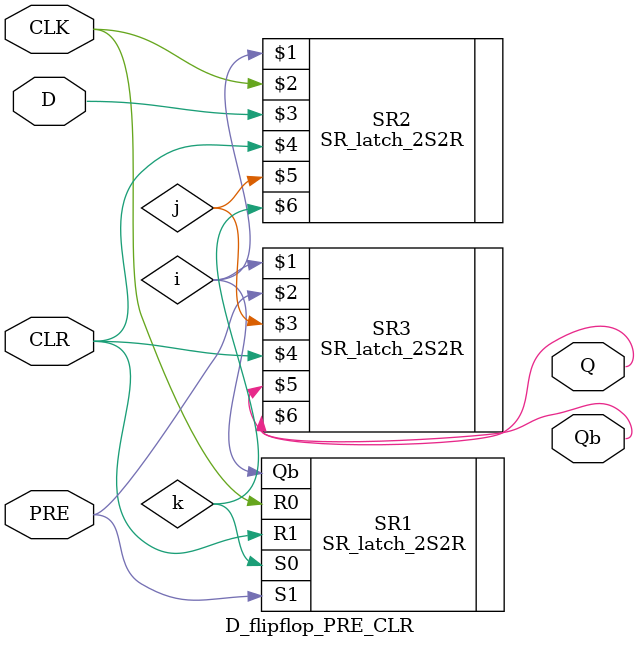
<source format=sv>
module D_flipflop_PRE_CLR(input D, CLK, PRE, CLR, output Q, Qb);
	wire i, j, k;
	SR_latch_2S2R SR1(.S0(k), .S1(PRE), .R0(CLK), .R1(CLR), .Qb(i)),
				  SR2(i, CLK, D, CLR, j, k),
				  SR3(i, PRE, j, CLR, Q, Qb);
endmodule
</source>
